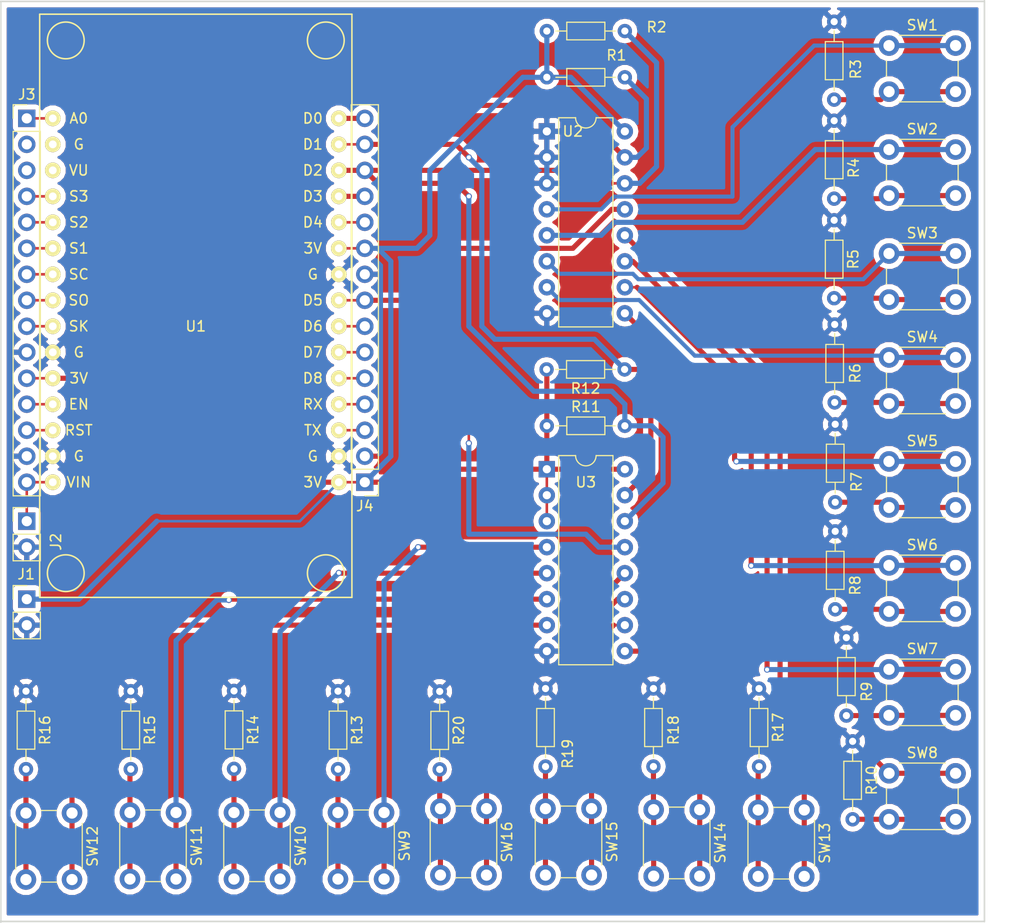
<source format=kicad_pcb>
(kicad_pcb (version 4) (host pcbnew 4.0.5+dfsg1-4)
  (layers (0 F.Cu signal) (31 B.Cu signal) (34 B.Paste user) (35 F.Paste user) (36 B.SilkS user) (37 F.SilkS user) (38 B.Mask user) (39 F.Mask user) (44 Edge.Cuts user))
  (net 0 "")
  (net 1 A0)
  (net 2 D0)
  (net 3 SDA)
  (net 4 SCL)
  (net 5 SD3)
  (net 6 INT)
  (net 7 SD2)
  (net 8 D4)
  (net 9 MOSI)
  (net 10 +3V3)
  (net 11 CMD)
  (net 12 GND)
  (net 13 MISO)
  (net 14 CLK)
  (net 15 D6)
  (net 16 D7)
  (net 17 D8)
  (net 18 EN)
  (net 19 RX)
  (net 20 RST)
  (net 21 TX)
  (net 22 +5V)
  (net 23 "Net-(R3-Pad2)")
  (net 24 "Net-(R4-Pad2)")
  (net 25 "Net-(R5-Pad2)")
  (net 26 "Net-(R6-Pad2)")
  (net 27 "Net-(R7-Pad2)")
  (net 28 "Net-(R8-Pad2)")
  (net 29 "Net-(R9-Pad2)")
  (net 30 "Net-(R10-Pad2)")
  (net 31 "Net-(R13-Pad2)")
  (net 32 "Net-(R14-Pad2)")
  (net 33 "Net-(R15-Pad2)")
  (net 34 "Net-(R16-Pad2)")
  (net 35 "Net-(R17-Pad2)")
  (net 36 "Net-(R18-Pad2)")
  (net 37 "Net-(R19-Pad2)")
  (net 38 "Net-(R20-Pad2)")
  (net 39 "Net-(SW1-Pad1)")
  (net 40 "Net-(SW2-Pad1)")
  (net 41 "Net-(SW3-Pad1)")
  (net 42 "Net-(SW4-Pad1)")
  (net 43 "Net-(SW5-Pad1)")
  (net 44 "Net-(SW6-Pad1)")
  (net 45 "Net-(SW7-Pad1)")
  (net 46 "Net-(SW8-Pad1)")
  (net 47 "Net-(SW9-Pad1)")
  (net 48 "Net-(SW10-Pad1)")
  (net 49 "Net-(SW11-Pad1)")
  (net 50 "Net-(SW12-Pad1)")
  (net 51 "Net-(SW13-Pad1)")
  (net 52 "Net-(SW14-Pad1)")
  (net 53 "Net-(SW15-Pad1)")
  (net 54 "Net-(SW16-Pad1)")
  (net 55 "Net-(U1-Pad2)")
  (net 56 "Net-(U1-Pad3)")
  (net 57 "Net-(J3-Pad2)")
  (net 58 "Net-(J3-Pad3)")
  (net 59 D3)
  (module Pin_Headers:Pin_Header_Straight_1x02_Pitch2.54mm (layer F.Cu) (at 15.24 63.5)
    (fp_text reference J2 (at 2.84734 2.0193 90) (layer F.SilkS))
    (fp_text value "")
    (pad 1 thru_hole rect (at 0 0) (size 1.7 1.7) (drill 1) (layers *.Cu *.Mask) (net 22 +5V))
    (pad 2 thru_hole oval (at 0 2.54) (size 1.7 1.7) (drill 1) (layers *.Cu *.Mask) (net 12 GND))
  )
  (module Resistors_THT:R_Axial_DIN0204_L3.6mm_D1.6mm_P7.62mm_Horizontal (layer F.Cu) (at 73.66 20.1168 180)
    (fp_text reference R1 (at 0.82042 2.15138 180) (layer F.SilkS))
    (fp_text value 4.7k)
    (pad 1 thru_hole circle (at 0 0 180) (size 1.4 1.4) (drill 0.7) (layers *.Cu *.Mask) (net 3 SDA))
    (pad 2 thru_hole oval (at 7.62 0 180) (size 1.4 1.4) (drill 0.7) (layers *.Cu *.Mask) (net 10 +3V3))
  )
  (module Resistors_THT:R_Axial_DIN0204_L3.6mm_D1.6mm_P7.62mm_Horizontal (layer F.Cu) (at 66.04 15.5956)
    (fp_text reference R2 (at 10.7188 -0.381) (layer F.SilkS))
    (fp_text value 4.7k)
    (pad 1 thru_hole circle (at 0 0) (size 1.4 1.4) (drill 0.7) (layers *.Cu *.Mask) (net 10 +3V3))
    (pad 2 thru_hole oval (at 7.62 0) (size 1.4 1.4) (drill 0.7) (layers *.Cu *.Mask) (net 4 SCL))
  )
  (module Resistors_THT:R_Axial_DIN0204_L3.6mm_D1.6mm_P7.62mm_Horizontal (layer F.Cu) (at 94.107 14.6812 270)
    (fp_text reference R3 (at 4.6482 -2.1082 270) (layer F.SilkS))
    (fp_text value 10k)
    (pad 1 thru_hole circle (at 0 0 270) (size 1.4 1.4) (drill 0.7) (layers *.Cu *.Mask) (net 12 GND))
    (pad 2 thru_hole oval (at 7.62 0 270) (size 1.4 1.4) (drill 0.7) (layers *.Cu *.Mask) (net 23 "Net-(R3-Pad2)"))
  )
  (module Resistors_THT:R_Axial_DIN0204_L3.6mm_D1.6mm_P7.62mm_Horizontal (layer F.Cu) (at 94.107 24.3586 270)
    (fp_text reference R4 (at 4.6228 -1.905 270) (layer F.SilkS))
    (fp_text value 10k)
    (pad 1 thru_hole circle (at 0 0 270) (size 1.4 1.4) (drill 0.7) (layers *.Cu *.Mask) (net 12 GND))
    (pad 2 thru_hole oval (at 7.62 0 270) (size 1.4 1.4) (drill 0.7) (layers *.Cu *.Mask) (net 24 "Net-(R4-Pad2)"))
  )
  (module Resistors_THT:R_Axial_DIN0204_L3.6mm_D1.6mm_P7.62mm_Horizontal (layer F.Cu) (at 94.107 34.0868 270)
    (fp_text reference R5 (at 3.81 -1.86 270) (layer F.SilkS))
    (fp_text value 10k)
    (pad 1 thru_hole circle (at 0 0 270) (size 1.4 1.4) (drill 0.7) (layers *.Cu *.Mask) (net 12 GND))
    (pad 2 thru_hole oval (at 7.62 0 270) (size 1.4 1.4) (drill 0.7) (layers *.Cu *.Mask) (net 25 "Net-(R5-Pad2)"))
  )
  (module Resistors_THT:R_Axial_DIN0204_L3.6mm_D1.6mm_P7.62mm_Horizontal (layer F.Cu) (at 94.1578 44.2722 270)
    (fp_text reference R6 (at 4.7752 -2.0066 270) (layer F.SilkS))
    (fp_text value 10k)
    (pad 1 thru_hole circle (at 0 0 270) (size 1.4 1.4) (drill 0.7) (layers *.Cu *.Mask) (net 12 GND))
    (pad 2 thru_hole oval (at 7.62 0 270) (size 1.4 1.4) (drill 0.7) (layers *.Cu *.Mask) (net 26 "Net-(R6-Pad2)"))
  )
  (module Resistors_THT:R_Axial_DIN0204_L3.6mm_D1.6mm_P7.62mm_Horizontal (layer F.Cu) (at 94.2086 54.0258 270)
    (fp_text reference R7 (at 5.6388 -2.0828 270) (layer F.SilkS))
    (fp_text value 10k)
    (pad 1 thru_hole circle (at 0 0 270) (size 1.4 1.4) (drill 0.7) (layers *.Cu *.Mask) (net 12 GND))
    (pad 2 thru_hole oval (at 7.62 0 270) (size 1.4 1.4) (drill 0.7) (layers *.Cu *.Mask) (net 27 "Net-(R7-Pad2)"))
  )
  (module Resistors_THT:R_Axial_DIN0204_L3.6mm_D1.6mm_P7.62mm_Horizontal (layer F.Cu) (at 94.2086 64.4906 270)
    (fp_text reference R8 (at 5.2832 -1.9558 270) (layer F.SilkS))
    (fp_text value 10k)
    (pad 1 thru_hole circle (at 0 0 270) (size 1.4 1.4) (drill 0.7) (layers *.Cu *.Mask) (net 12 GND))
    (pad 2 thru_hole oval (at 7.62 0 270) (size 1.4 1.4) (drill 0.7) (layers *.Cu *.Mask) (net 28 "Net-(R8-Pad2)"))
  )
  (module Resistors_THT:R_Axial_DIN0204_L3.6mm_D1.6mm_P7.62mm_Horizontal (layer F.Cu) (at 95.3008 74.8792 270)
    (fp_text reference R9 (at 5.2832 -1.9812 270) (layer F.SilkS))
    (fp_text value 10k)
    (pad 1 thru_hole circle (at 0 0 270) (size 1.4 1.4) (drill 0.7) (layers *.Cu *.Mask) (net 12 GND))
    (pad 2 thru_hole oval (at 7.62 0 270) (size 1.4 1.4) (drill 0.7) (layers *.Cu *.Mask) (net 29 "Net-(R9-Pad2)"))
  )
  (module Resistors_THT:R_Axial_DIN0204_L3.6mm_D1.6mm_P7.62mm_Horizontal (layer F.Cu) (at 95.9104 85.0138 270)
    (fp_text reference R10 (at 3.81 -1.86 270) (layer F.SilkS))
    (fp_text value 10k)
    (pad 1 thru_hole circle (at 0 0 270) (size 1.4 1.4) (drill 0.7) (layers *.Cu *.Mask) (net 12 GND))
    (pad 2 thru_hole oval (at 7.62 0 270) (size 1.4 1.4) (drill 0.7) (layers *.Cu *.Mask) (net 30 "Net-(R10-Pad2)"))
  )
  (module Resistors_THT:R_Axial_DIN0204_L3.6mm_D1.6mm_P7.62mm_Horizontal (layer F.Cu) (at 66.04 54.1782)
    (fp_text reference R11 (at 3.81 -1.86) (layer F.SilkS))
    (fp_text value 4.7k)
    (pad 1 thru_hole circle (at 0 0) (size 1.4 1.4) (drill 0.7) (layers *.Cu *.Mask) (net 10 +3V3))
    (pad 2 thru_hole oval (at 7.62 0) (size 1.4 1.4) (drill 0.7) (layers *.Cu *.Mask) (net 4 SCL))
  )
  (module Resistors_THT:R_Axial_DIN0204_L3.6mm_D1.6mm_P7.62mm_Horizontal (layer F.Cu) (at 73.6346 48.6664 180)
    (fp_text reference R12 (at 3.81 -1.86 180) (layer F.SilkS))
    (fp_text value 4.7k)
    (pad 1 thru_hole circle (at 0 0 180) (size 1.4 1.4) (drill 0.7) (layers *.Cu *.Mask) (net 3 SDA))
    (pad 2 thru_hole oval (at 7.62 0 180) (size 1.4 1.4) (drill 0.7) (layers *.Cu *.Mask) (net 10 +3V3))
  )
  (module Resistors_THT:R_Axial_DIN0204_L3.6mm_D1.6mm_P7.62mm_Horizontal (layer F.Cu) (at 45.6438 80.1116 270)
    (fp_text reference R13 (at 3.81 -1.86 270) (layer F.SilkS))
    (fp_text value 10k)
    (pad 1 thru_hole circle (at 0 0 270) (size 1.4 1.4) (drill 0.7) (layers *.Cu *.Mask) (net 12 GND))
    (pad 2 thru_hole oval (at 7.62 0 270) (size 1.4 1.4) (drill 0.7) (layers *.Cu *.Mask) (net 31 "Net-(R13-Pad2)"))
  )
  (module Resistors_THT:R_Axial_DIN0204_L3.6mm_D1.6mm_P7.62mm_Horizontal (layer F.Cu) (at 35.4838 80.0862 270)
    (fp_text reference R14 (at 3.81 -1.86 270) (layer F.SilkS))
    (fp_text value 10k)
    (pad 1 thru_hole circle (at 0 0 270) (size 1.4 1.4) (drill 0.7) (layers *.Cu *.Mask) (net 12 GND))
    (pad 2 thru_hole oval (at 7.62 0 270) (size 1.4 1.4) (drill 0.7) (layers *.Cu *.Mask) (net 32 "Net-(R14-Pad2)"))
  )
  (module Resistors_THT:R_Axial_DIN0204_L3.6mm_D1.6mm_P7.62mm_Horizontal (layer F.Cu) (at 25.4 80.1116 270)
    (fp_text reference R15 (at 3.81 -1.86 270) (layer F.SilkS))
    (fp_text value 10k)
    (pad 1 thru_hole circle (at 0 0 270) (size 1.4 1.4) (drill 0.7) (layers *.Cu *.Mask) (net 12 GND))
    (pad 2 thru_hole oval (at 7.62 0 270) (size 1.4 1.4) (drill 0.7) (layers *.Cu *.Mask) (net 33 "Net-(R15-Pad2)"))
  )
  (module Resistors_THT:R_Axial_DIN0204_L3.6mm_D1.6mm_P7.62mm_Horizontal (layer F.Cu) (at 15.1638 80.1116 270)
    (fp_text reference R16 (at 3.81 -1.86 270) (layer F.SilkS))
    (fp_text value 10k)
    (pad 1 thru_hole circle (at 0 0 270) (size 1.4 1.4) (drill 0.7) (layers *.Cu *.Mask) (net 12 GND))
    (pad 2 thru_hole oval (at 7.62 0 270) (size 1.4 1.4) (drill 0.7) (layers *.Cu *.Mask) (net 34 "Net-(R16-Pad2)"))
  )
  (module Resistors_THT:R_Axial_DIN0204_L3.6mm_D1.6mm_P7.62mm_Horizontal (layer F.Cu) (at 86.7664 79.8576 270)
    (fp_text reference R17 (at 3.81 -1.86 270) (layer F.SilkS))
    (fp_text value 10k)
    (pad 1 thru_hole circle (at 0 0 270) (size 1.4 1.4) (drill 0.7) (layers *.Cu *.Mask) (net 12 GND))
    (pad 2 thru_hole oval (at 7.62 0 270) (size 1.4 1.4) (drill 0.7) (layers *.Cu *.Mask) (net 35 "Net-(R17-Pad2)"))
  )
  (module Resistors_THT:R_Axial_DIN0204_L3.6mm_D1.6mm_P7.62mm_Horizontal (layer F.Cu) (at 76.454 79.8576 270)
    (fp_text reference R18 (at 4.064 -1.9558 270) (layer F.SilkS))
    (fp_text value 10k)
    (pad 1 thru_hole circle (at 0 0 270) (size 1.4 1.4) (drill 0.7) (layers *.Cu *.Mask) (net 12 GND))
    (pad 2 thru_hole oval (at 7.62 0 270) (size 1.4 1.4) (drill 0.7) (layers *.Cu *.Mask) (net 36 "Net-(R18-Pad2)"))
  )
  (module Resistors_THT:R_Axial_DIN0204_L3.6mm_D1.6mm_P7.62mm_Horizontal (layer F.Cu) (at 65.913 79.8576 270)
    (fp_text reference R19 (at 6.3754 -2.159 270) (layer F.SilkS))
    (fp_text value 10k)
    (pad 1 thru_hole circle (at 0 0 270) (size 1.4 1.4) (drill 0.7) (layers *.Cu *.Mask) (net 12 GND))
    (pad 2 thru_hole oval (at 7.62 0 270) (size 1.4 1.4) (drill 0.7) (layers *.Cu *.Mask) (net 37 "Net-(R19-Pad2)"))
  )
  (module Resistors_THT:R_Axial_DIN0204_L3.6mm_D1.6mm_P7.62mm_Horizontal (layer F.Cu) (at 55.5752 80.137 270)
    (fp_text reference R20 (at 3.81 -1.86 270) (layer F.SilkS))
    (fp_text value 10k)
    (pad 1 thru_hole circle (at 0 0 270) (size 1.4 1.4) (drill 0.7) (layers *.Cu *.Mask) (net 12 GND))
    (pad 2 thru_hole oval (at 7.62 0 270) (size 1.4 1.4) (drill 0.7) (layers *.Cu *.Mask) (net 38 "Net-(R20-Pad2)"))
  )
  (module Buttons_Switches_THT:SW_PUSH_6mm_h8mm (layer F.Cu) (at 99.4664 17.018)
    (fp_text reference SW1 (at 3.25 -2) (layer F.SilkS))
    (fp_text value SW_Push)
    (pad 2 thru_hole circle (at 0 4.5 90) (size 2 2) (drill 1.1) (layers *.Cu *.Mask) (net 23 "Net-(R3-Pad2)"))
    (pad 1 thru_hole circle (at 0 0 90) (size 2 2) (drill 1.1) (layers *.Cu *.Mask) (net 39 "Net-(SW1-Pad1)"))
    (pad 2 thru_hole circle (at 6.5 4.5 90) (size 2 2) (drill 1.1) (layers *.Cu *.Mask) (net 23 "Net-(R3-Pad2)"))
    (pad 1 thru_hole circle (at 6.5 0 90) (size 2 2) (drill 1.1) (layers *.Cu *.Mask) (net 39 "Net-(SW1-Pad1)"))
  )
  (module Buttons_Switches_THT:SW_PUSH_6mm_h8mm (layer F.Cu) (at 99.4664 27.178)
    (fp_text reference SW2 (at 3.25 -2) (layer F.SilkS))
    (fp_text value SW_Push)
    (pad 2 thru_hole circle (at 0 4.5 90) (size 2 2) (drill 1.1) (layers *.Cu *.Mask) (net 24 "Net-(R4-Pad2)"))
    (pad 1 thru_hole circle (at 0 0 90) (size 2 2) (drill 1.1) (layers *.Cu *.Mask) (net 40 "Net-(SW2-Pad1)"))
    (pad 2 thru_hole circle (at 6.5 4.5 90) (size 2 2) (drill 1.1) (layers *.Cu *.Mask) (net 24 "Net-(R4-Pad2)"))
    (pad 1 thru_hole circle (at 6.5 0 90) (size 2 2) (drill 1.1) (layers *.Cu *.Mask) (net 40 "Net-(SW2-Pad1)"))
  )
  (module Buttons_Switches_THT:SW_PUSH_6mm_h8mm (layer F.Cu) (at 99.4664 37.338)
    (fp_text reference SW3 (at 3.25 -2) (layer F.SilkS))
    (fp_text value SW_Push)
    (pad 2 thru_hole circle (at 0 4.5 90) (size 2 2) (drill 1.1) (layers *.Cu *.Mask) (net 25 "Net-(R5-Pad2)"))
    (pad 1 thru_hole circle (at 0 0 90) (size 2 2) (drill 1.1) (layers *.Cu *.Mask) (net 41 "Net-(SW3-Pad1)"))
    (pad 2 thru_hole circle (at 6.5 4.5 90) (size 2 2) (drill 1.1) (layers *.Cu *.Mask) (net 25 "Net-(R5-Pad2)"))
    (pad 1 thru_hole circle (at 6.5 0 90) (size 2 2) (drill 1.1) (layers *.Cu *.Mask) (net 41 "Net-(SW3-Pad1)"))
  )
  (module Buttons_Switches_THT:SW_PUSH_6mm_h8mm (layer F.Cu) (at 99.4664 47.498)
    (fp_text reference SW4 (at 3.25 -2) (layer F.SilkS))
    (fp_text value SW_Push)
    (pad 2 thru_hole circle (at 0 4.5 90) (size 2 2) (drill 1.1) (layers *.Cu *.Mask) (net 26 "Net-(R6-Pad2)"))
    (pad 1 thru_hole circle (at 0 0 90) (size 2 2) (drill 1.1) (layers *.Cu *.Mask) (net 42 "Net-(SW4-Pad1)"))
    (pad 2 thru_hole circle (at 6.5 4.5 90) (size 2 2) (drill 1.1) (layers *.Cu *.Mask) (net 26 "Net-(R6-Pad2)"))
    (pad 1 thru_hole circle (at 6.5 0 90) (size 2 2) (drill 1.1) (layers *.Cu *.Mask) (net 42 "Net-(SW4-Pad1)"))
  )
  (module Buttons_Switches_THT:SW_PUSH_6mm_h8mm (layer F.Cu) (at 99.4664 57.658)
    (fp_text reference SW5 (at 3.25 -2) (layer F.SilkS))
    (fp_text value SW_Push)
    (pad 2 thru_hole circle (at 0 4.5 90) (size 2 2) (drill 1.1) (layers *.Cu *.Mask) (net 27 "Net-(R7-Pad2)"))
    (pad 1 thru_hole circle (at 0 0 90) (size 2 2) (drill 1.1) (layers *.Cu *.Mask) (net 43 "Net-(SW5-Pad1)"))
    (pad 2 thru_hole circle (at 6.5 4.5 90) (size 2 2) (drill 1.1) (layers *.Cu *.Mask) (net 27 "Net-(R7-Pad2)"))
    (pad 1 thru_hole circle (at 6.5 0 90) (size 2 2) (drill 1.1) (layers *.Cu *.Mask) (net 43 "Net-(SW5-Pad1)"))
  )
  (module Buttons_Switches_THT:SW_PUSH_6mm_h8mm (layer F.Cu) (at 99.4664 67.818)
    (fp_text reference SW6 (at 3.25 -2) (layer F.SilkS))
    (fp_text value SW_Push)
    (pad 2 thru_hole circle (at 0 4.5 90) (size 2 2) (drill 1.1) (layers *.Cu *.Mask) (net 28 "Net-(R8-Pad2)"))
    (pad 1 thru_hole circle (at 0 0 90) (size 2 2) (drill 1.1) (layers *.Cu *.Mask) (net 44 "Net-(SW6-Pad1)"))
    (pad 2 thru_hole circle (at 6.5 4.5 90) (size 2 2) (drill 1.1) (layers *.Cu *.Mask) (net 28 "Net-(R8-Pad2)"))
    (pad 1 thru_hole circle (at 6.5 0 90) (size 2 2) (drill 1.1) (layers *.Cu *.Mask) (net 44 "Net-(SW6-Pad1)"))
  )
  (module Buttons_Switches_THT:SW_PUSH_6mm_h8mm (layer F.Cu) (at 99.4664 77.978)
    (fp_text reference SW7 (at 3.25 -2) (layer F.SilkS))
    (fp_text value SW_Push)
    (pad 2 thru_hole circle (at 0 4.5 90) (size 2 2) (drill 1.1) (layers *.Cu *.Mask) (net 29 "Net-(R9-Pad2)"))
    (pad 1 thru_hole circle (at 0 0 90) (size 2 2) (drill 1.1) (layers *.Cu *.Mask) (net 45 "Net-(SW7-Pad1)"))
    (pad 2 thru_hole circle (at 6.5 4.5 90) (size 2 2) (drill 1.1) (layers *.Cu *.Mask) (net 29 "Net-(R9-Pad2)"))
    (pad 1 thru_hole circle (at 6.5 0 90) (size 2 2) (drill 1.1) (layers *.Cu *.Mask) (net 45 "Net-(SW7-Pad1)"))
  )
  (module Buttons_Switches_THT:SW_PUSH_6mm_h8mm (layer F.Cu) (at 99.4664 88.138)
    (fp_text reference SW8 (at 3.25 -2) (layer F.SilkS))
    (fp_text value SW_Push)
    (pad 2 thru_hole circle (at 0 4.5 90) (size 2 2) (drill 1.1) (layers *.Cu *.Mask) (net 30 "Net-(R10-Pad2)"))
    (pad 1 thru_hole circle (at 0 0 90) (size 2 2) (drill 1.1) (layers *.Cu *.Mask) (net 46 "Net-(SW8-Pad1)"))
    (pad 2 thru_hole circle (at 6.5 4.5 90) (size 2 2) (drill 1.1) (layers *.Cu *.Mask) (net 30 "Net-(R10-Pad2)"))
    (pad 1 thru_hole circle (at 6.5 0 90) (size 2 2) (drill 1.1) (layers *.Cu *.Mask) (net 46 "Net-(SW8-Pad1)"))
  )
  (module Buttons_Switches_THT:SW_PUSH_6mm_h8mm (layer F.Cu) (at 50.1396 91.9734 270)
    (fp_text reference SW9 (at 3.25 -2 270) (layer F.SilkS))
    (fp_text value SW_Push)
    (pad 2 thru_hole circle (at 0 4.5) (size 2 2) (drill 1.1) (layers *.Cu *.Mask) (net 31 "Net-(R13-Pad2)"))
    (pad 1 thru_hole circle (at 0 0) (size 2 2) (drill 1.1) (layers *.Cu *.Mask) (net 47 "Net-(SW9-Pad1)"))
    (pad 2 thru_hole circle (at 6.5 4.5) (size 2 2) (drill 1.1) (layers *.Cu *.Mask) (net 31 "Net-(R13-Pad2)"))
    (pad 1 thru_hole circle (at 6.5 0) (size 2 2) (drill 1.1) (layers *.Cu *.Mask) (net 47 "Net-(SW9-Pad1)"))
  )
  (module Buttons_Switches_THT:SW_PUSH_6mm_h8mm (layer F.Cu) (at 39.9796 91.9734 270)
    (fp_text reference SW10 (at 3.25 -2 270) (layer F.SilkS))
    (fp_text value SW_Push)
    (pad 2 thru_hole circle (at 0 4.5) (size 2 2) (drill 1.1) (layers *.Cu *.Mask) (net 32 "Net-(R14-Pad2)"))
    (pad 1 thru_hole circle (at 0 0) (size 2 2) (drill 1.1) (layers *.Cu *.Mask) (net 48 "Net-(SW10-Pad1)"))
    (pad 2 thru_hole circle (at 6.5 4.5) (size 2 2) (drill 1.1) (layers *.Cu *.Mask) (net 32 "Net-(R14-Pad2)"))
    (pad 1 thru_hole circle (at 6.5 0) (size 2 2) (drill 1.1) (layers *.Cu *.Mask) (net 48 "Net-(SW10-Pad1)"))
  )
  (module Buttons_Switches_THT:SW_PUSH_6mm_h8mm (layer F.Cu) (at 29.8196 91.9734 270)
    (fp_text reference SW11 (at 3.25 -2 270) (layer F.SilkS))
    (fp_text value SW_Push)
    (pad 2 thru_hole circle (at 0 4.5) (size 2 2) (drill 1.1) (layers *.Cu *.Mask) (net 33 "Net-(R15-Pad2)"))
    (pad 1 thru_hole circle (at 0 0) (size 2 2) (drill 1.1) (layers *.Cu *.Mask) (net 49 "Net-(SW11-Pad1)"))
    (pad 2 thru_hole circle (at 6.5 4.5) (size 2 2) (drill 1.1) (layers *.Cu *.Mask) (net 33 "Net-(R15-Pad2)"))
    (pad 1 thru_hole circle (at 6.5 0) (size 2 2) (drill 1.1) (layers *.Cu *.Mask) (net 49 "Net-(SW11-Pad1)"))
  )
  (module Buttons_Switches_THT:SW_PUSH_6mm_h8mm (layer F.Cu) (at 19.6596 92.0242 270)
    (fp_text reference SW12 (at 3.25 -2 270) (layer F.SilkS))
    (fp_text value "")
    (pad 2 thru_hole circle (at 0 4.5) (size 2 2) (drill 1.1) (layers *.Cu *.Mask) (net 34 "Net-(R16-Pad2)"))
    (pad 1 thru_hole circle (at 0 0) (size 2 2) (drill 1.1) (layers *.Cu *.Mask) (net 50 "Net-(SW12-Pad1)"))
    (pad 2 thru_hole circle (at 6.5 4.5) (size 2 2) (drill 1.1) (layers *.Cu *.Mask) (net 34 "Net-(R16-Pad2)"))
    (pad 1 thru_hole circle (at 6.5 0) (size 2 2) (drill 1.1) (layers *.Cu *.Mask) (net 50 "Net-(SW12-Pad1)"))
  )
  (module Buttons_Switches_THT:SW_PUSH_6mm_h8mm (layer F.Cu) (at 91.186 91.7194 270)
    (fp_text reference SW13 (at 3.25 -2 270) (layer F.SilkS))
    (fp_text value SW_Push)
    (pad 2 thru_hole circle (at 0 4.5) (size 2 2) (drill 1.1) (layers *.Cu *.Mask) (net 35 "Net-(R17-Pad2)"))
    (pad 1 thru_hole circle (at 0 0) (size 2 2) (drill 1.1) (layers *.Cu *.Mask) (net 51 "Net-(SW13-Pad1)"))
    (pad 2 thru_hole circle (at 6.5 4.5) (size 2 2) (drill 1.1) (layers *.Cu *.Mask) (net 35 "Net-(R17-Pad2)"))
    (pad 1 thru_hole circle (at 6.5 0) (size 2 2) (drill 1.1) (layers *.Cu *.Mask) (net 51 "Net-(SW13-Pad1)"))
  )
  (module Buttons_Switches_THT:SW_PUSH_6mm_h8mm (layer F.Cu) (at 80.9752 91.694 270)
    (fp_text reference SW14 (at 3.25 -2 270) (layer F.SilkS))
    (fp_text value SW_Push)
    (pad 2 thru_hole circle (at 0 4.5) (size 2 2) (drill 1.1) (layers *.Cu *.Mask) (net 36 "Net-(R18-Pad2)"))
    (pad 1 thru_hole circle (at 0 0) (size 2 2) (drill 1.1) (layers *.Cu *.Mask) (net 52 "Net-(SW14-Pad1)"))
    (pad 2 thru_hole circle (at 6.5 4.5) (size 2 2) (drill 1.1) (layers *.Cu *.Mask) (net 36 "Net-(R18-Pad2)"))
    (pad 1 thru_hole circle (at 6.5 0) (size 2 2) (drill 1.1) (layers *.Cu *.Mask) (net 52 "Net-(SW14-Pad1)"))
  )
  (module Buttons_Switches_THT:SW_PUSH_6mm_h8mm (layer F.Cu) (at 70.4088 91.5924 270)
    (fp_text reference SW15 (at 3.25 -2 270) (layer F.SilkS))
    (fp_text value SW_Push)
    (pad 2 thru_hole circle (at 0 4.5) (size 2 2) (drill 1.1) (layers *.Cu *.Mask) (net 37 "Net-(R19-Pad2)"))
    (pad 1 thru_hole circle (at 0 0) (size 2 2) (drill 1.1) (layers *.Cu *.Mask) (net 53 "Net-(SW15-Pad1)"))
    (pad 2 thru_hole circle (at 6.5 4.5) (size 2 2) (drill 1.1) (layers *.Cu *.Mask) (net 37 "Net-(R19-Pad2)"))
    (pad 1 thru_hole circle (at 6.5 0) (size 2 2) (drill 1.1) (layers *.Cu *.Mask) (net 53 "Net-(SW15-Pad1)"))
  )
  (module Buttons_Switches_THT:SW_PUSH_6mm_h8mm (layer F.Cu) (at 60.1472 91.5924 270)
    (fp_text reference SW16 (at 3.25 -2 270) (layer F.SilkS))
    (fp_text value SW_Push)
    (pad 2 thru_hole circle (at 0 4.5) (size 2 2) (drill 1.1) (layers *.Cu *.Mask) (net 38 "Net-(R20-Pad2)"))
    (pad 1 thru_hole circle (at 0 0) (size 2 2) (drill 1.1) (layers *.Cu *.Mask) (net 54 "Net-(SW16-Pad1)"))
    (pad 2 thru_hole circle (at 6.5 4.5) (size 2 2) (drill 1.1) (layers *.Cu *.Mask) (net 38 "Net-(R20-Pad2)"))
    (pad 1 thru_hole circle (at 6.5 0) (size 2 2) (drill 1.1) (layers *.Cu *.Mask) (net 54 "Net-(SW16-Pad1)"))
  )
  (module "NodeMCU:NodeMCU1.0(12-E)" (layer F.Cu) (at 31.75 44.45)
    (fp_text reference U1 (at 0 0) (layer F.SilkS))
    (fp_text value "NodeMCU1.0(ESP-12E)")
    (fp_text user VIN (at -11.43 15.24) (layer F.SilkS))
    (fp_text user G (at -11.43 12.7) (layer F.SilkS))
    (fp_text user RST (at -11.43 10.16) (layer F.SilkS))
    (fp_text user EN (at -11.43 7.62) (layer F.SilkS))
    (fp_text user 3V (at -11.43 5.08) (layer F.SilkS))
    (fp_text user G (at -11.43 2.54) (layer F.SilkS))
    (fp_text user SK (at -11.43 0) (layer F.SilkS))
    (fp_text user SO (at -11.43 -2.54) (layer F.SilkS))
    (fp_text user SC (at -11.43 -5.08) (layer F.SilkS))
    (fp_text user S1 (at -11.43 -7.62) (layer F.SilkS))
    (fp_text user S2 (at -11.43 -10.16) (layer F.SilkS))
    (fp_text user S3 (at -11.43 -12.7) (layer F.SilkS))
    (fp_text user VU (at -11.43 -15.24) (layer F.SilkS))
    (fp_text user G (at -11.43 -17.78) (layer F.SilkS))
    (fp_text user A0 (at -11.43 -20.32) (layer F.SilkS))
    (fp_text user 3V (at 11.43 15.24) (layer F.SilkS))
    (fp_text user G (at 11.43 12.7) (layer F.SilkS))
    (fp_text user TX (at 11.43 10.16) (layer F.SilkS))
    (fp_text user RX (at 11.43 7.62) (layer F.SilkS))
    (fp_text user D8 (at 11.43 5.08) (layer F.SilkS))
    (fp_text user D7 (at 11.43 2.54) (layer F.SilkS))
    (fp_text user D6 (at 11.43 0) (layer F.SilkS))
    (fp_text user D5 (at 11.43 -2.54) (layer F.SilkS))
    (fp_text user G (at 11.43 -5.08) (layer F.SilkS))
    (fp_text user 3V (at 11.43 -7.62) (layer F.SilkS))
    (fp_text user D4 (at 11.43 -10.16) (layer F.SilkS))
    (fp_text user D3 (at 11.43 -12.7) (layer F.SilkS))
    (fp_text user D2 (at 11.43 -15.24) (layer F.SilkS))
    (fp_text user D1 (at 11.43 -17.78) (layer F.SilkS))
    (fp_text user D0 (at 11.43 -20.32) (layer F.SilkS))
    (pad 1 thru_hole circle (at -13.97 -20.32) (size 1.524 1.524) (drill 0.762) (layers *.Cu *.Mask F.SilkS) (net 1 A0))
    (pad 2 thru_hole circle (at -13.97 -17.78) (size 1.524 1.524) (drill 0.762) (layers *.Cu *.Mask F.SilkS) (net 55 "Net-(U1-Pad2)"))
    (pad 3 thru_hole circle (at -13.97 -15.24) (size 1.524 1.524) (drill 0.762) (layers *.Cu *.Mask F.SilkS) (net 56 "Net-(U1-Pad3)"))
    (pad 4 thru_hole circle (at -13.97 -12.7) (size 1.524 1.524) (drill 0.762) (layers *.Cu *.Mask F.SilkS) (net 5 SD3))
    (pad 5 thru_hole circle (at -13.97 -10.16) (size 1.524 1.524) (drill 0.762) (layers *.Cu *.Mask F.SilkS) (net 7 SD2))
    (pad 6 thru_hole circle (at -13.97 -7.62) (size 1.524 1.524) (drill 0.762) (layers *.Cu *.Mask F.SilkS) (net 9 MOSI))
    (pad 7 thru_hole circle (at -13.97 -5.08) (size 1.524 1.524) (drill 0.762) (layers *.Cu *.Mask F.SilkS) (net 11 CMD))
    (pad 8 thru_hole circle (at -13.97 -2.54) (size 1.524 1.524) (drill 0.762) (layers *.Cu *.Mask F.SilkS) (net 13 MISO))
    (pad 9 thru_hole circle (at -13.97 0) (size 1.524 1.524) (drill 0.762) (layers *.Cu *.Mask F.SilkS) (net 14 CLK))
    (pad 10 thru_hole circle (at -13.97 2.54) (size 1.524 1.524) (drill 0.762) (layers *.Cu *.Mask F.SilkS) (net 12 GND))
    (pad 11 thru_hole circle (at -13.97 5.08) (size 1.524 1.524) (drill 0.762) (layers *.Cu *.Mask F.SilkS) (net 10 +3V3))
    (pad 12 thru_hole circle (at -13.97 7.62) (size 1.524 1.524) (drill 0.762) (layers *.Cu *.Mask F.SilkS) (net 18 EN))
    (pad 13 thru_hole circle (at -13.97 10.16) (size 1.524 1.524) (drill 0.762) (layers *.Cu *.Mask F.SilkS) (net 20 RST))
    (pad 14 thru_hole circle (at -13.97 12.7) (size 1.524 1.524) (drill 0.762) (layers *.Cu *.Mask F.SilkS) (net 12 GND))
    (pad 15 thru_hole circle (at -13.97 15.24) (size 1.524 1.524) (drill 0.762) (layers *.Cu *.Mask F.SilkS) (net 22 +5V))
    (pad 16 thru_hole circle (at 13.97 15.24) (size 1.524 1.524) (drill 0.762) (layers *.Cu *.Mask F.SilkS) (net 10 +3V3))
    (pad 17 thru_hole circle (at 13.97 12.7) (size 1.524 1.524) (drill 0.762) (layers *.Cu *.Mask F.SilkS) (net 12 GND))
    (pad 18 thru_hole circle (at 13.97 10.16) (size 1.524 1.524) (drill 0.762) (layers *.Cu *.Mask F.SilkS) (net 21 TX))
    (pad 19 thru_hole circle (at 13.97 7.62) (size 1.524 1.524) (drill 0.762) (layers *.Cu *.Mask F.SilkS) (net 19 RX))
    (pad 20 thru_hole circle (at 13.97 5.08) (size 1.524 1.524) (drill 0.762) (layers *.Cu *.Mask F.SilkS) (net 17 D8))
    (pad 21 thru_hole circle (at 13.97 2.54) (size 1.524 1.524) (drill 0.762) (layers *.Cu *.Mask F.SilkS) (net 16 D7))
    (pad 22 thru_hole circle (at 13.97 0) (size 1.524 1.524) (drill 0.762) (layers *.Cu *.Mask F.SilkS) (net 15 D6))
    (pad 23 thru_hole circle (at 13.97 -2.54) (size 1.524 1.524) (drill 0.762) (layers *.Cu *.Mask F.SilkS) (net 6 INT))
    (pad 24 thru_hole circle (at 13.97 -5.08) (size 1.524 1.524) (drill 0.762) (layers *.Cu *.Mask F.SilkS) (net 12 GND))
    (pad 25 thru_hole circle (at 13.97 -7.62) (size 1.524 1.524) (drill 0.762) (layers *.Cu *.Mask F.SilkS) (net 10 +3V3))
    (pad 26 thru_hole circle (at 13.97 -10.16) (size 1.524 1.524) (drill 0.762) (layers *.Cu *.Mask F.SilkS) (net 8 D4))
    (pad 27 thru_hole circle (at 13.97 -12.7) (size 1.524 1.524) (drill 0.762) (layers *.Cu *.Mask F.SilkS) (net 59 D3))
    (pad 28 thru_hole circle (at 13.97 -15.24) (size 1.524 1.524) (drill 0.762) (layers *.Cu *.Mask F.SilkS) (net 4 SCL))
    (pad 29 thru_hole circle (at 13.97 -17.78) (size 1.524 1.524) (drill 0.762) (layers *.Cu *.Mask F.SilkS) (net 3 SDA))
    (pad 30 thru_hole circle (at 13.97 -20.32) (size 1.524 1.524) (drill 0.762) (layers *.Cu *.Mask F.SilkS) (net 2 D0))
  )
  (module Housings_DIP:DIP-16_W7.62mm (layer F.Cu) (at 66.04 25.4)
    (fp_text reference U2 (at 2.54 0) (layer F.SilkS))
    (fp_text value "")
    (pad 1 thru_hole rect (at 0 0) (size 1.6 1.6) (drill 0.8) (layers *.Cu *.Mask) (net 12 GND))
    (pad 9 thru_hole oval (at 7.62 17.78) (size 1.6 1.6) (drill 0.8) (layers *.Cu *.Mask) (net 43 "Net-(SW5-Pad1)"))
    (pad 2 thru_hole oval (at 0 2.54) (size 1.6 1.6) (drill 0.8) (layers *.Cu *.Mask) (net 12 GND))
    (pad 10 thru_hole oval (at 7.62 15.24) (size 1.6 1.6) (drill 0.8) (layers *.Cu *.Mask) (net 44 "Net-(SW6-Pad1)"))
    (pad 3 thru_hole oval (at 0 5.08) (size 1.6 1.6) (drill 0.8) (layers *.Cu *.Mask) (net 12 GND))
    (pad 11 thru_hole oval (at 7.62 12.7) (size 1.6 1.6) (drill 0.8) (layers *.Cu *.Mask) (net 45 "Net-(SW7-Pad1)"))
    (pad 4 thru_hole oval (at 0 7.62) (size 1.6 1.6) (drill 0.8) (layers *.Cu *.Mask) (net 39 "Net-(SW1-Pad1)"))
    (pad 12 thru_hole oval (at 7.62 10.16) (size 1.6 1.6) (drill 0.8) (layers *.Cu *.Mask) (net 46 "Net-(SW8-Pad1)"))
    (pad 5 thru_hole oval (at 0 10.16) (size 1.6 1.6) (drill 0.8) (layers *.Cu *.Mask) (net 40 "Net-(SW2-Pad1)"))
    (pad 13 thru_hole oval (at 7.62 7.62) (size 1.6 1.6) (drill 0.8) (layers *.Cu *.Mask) (net 6 INT))
    (pad 6 thru_hole oval (at 0 12.7) (size 1.6 1.6) (drill 0.8) (layers *.Cu *.Mask) (net 41 "Net-(SW3-Pad1)"))
    (pad 14 thru_hole oval (at 7.62 5.08) (size 1.6 1.6) (drill 0.8) (layers *.Cu *.Mask) (net 4 SCL))
    (pad 7 thru_hole oval (at 0 15.24) (size 1.6 1.6) (drill 0.8) (layers *.Cu *.Mask) (net 42 "Net-(SW4-Pad1)"))
    (pad 15 thru_hole oval (at 7.62 2.54) (size 1.6 1.6) (drill 0.8) (layers *.Cu *.Mask) (net 3 SDA))
    (pad 8 thru_hole oval (at 0 17.78) (size 1.6 1.6) (drill 0.8) (layers *.Cu *.Mask) (net 12 GND))
    (pad 16 thru_hole oval (at 7.62 0) (size 1.6 1.6) (drill 0.8) (layers *.Cu *.Mask) (net 10 +3V3))
  )
  (module Housings_DIP:DIP-16_W7.62mm (layer F.Cu) (at 66.04 58.42)
    (fp_text reference U3 (at 3.81 1.27) (layer F.SilkS))
    (fp_text value PCF8574)
    (pad 1 thru_hole rect (at 0 0) (size 1.6 1.6) (drill 0.8) (layers *.Cu *.Mask) (net 10 +3V3))
    (pad 9 thru_hole oval (at 7.62 17.78) (size 1.6 1.6) (drill 0.8) (layers *.Cu *.Mask) (net 51 "Net-(SW13-Pad1)"))
    (pad 2 thru_hole oval (at 0 2.54) (size 1.6 1.6) (drill 0.8) (layers *.Cu *.Mask) (net 10 +3V3))
    (pad 10 thru_hole oval (at 7.62 15.24) (size 1.6 1.6) (drill 0.8) (layers *.Cu *.Mask) (net 52 "Net-(SW14-Pad1)"))
    (pad 3 thru_hole oval (at 0 5.08) (size 1.6 1.6) (drill 0.8) (layers *.Cu *.Mask) (net 10 +3V3))
    (pad 11 thru_hole oval (at 7.62 12.7) (size 1.6 1.6) (drill 0.8) (layers *.Cu *.Mask) (net 53 "Net-(SW15-Pad1)"))
    (pad 4 thru_hole oval (at 0 7.62) (size 1.6 1.6) (drill 0.8) (layers *.Cu *.Mask) (net 47 "Net-(SW9-Pad1)"))
    (pad 12 thru_hole oval (at 7.62 10.16) (size 1.6 1.6) (drill 0.8) (layers *.Cu *.Mask) (net 54 "Net-(SW16-Pad1)"))
    (pad 5 thru_hole oval (at 0 10.16) (size 1.6 1.6) (drill 0.8) (layers *.Cu *.Mask) (net 48 "Net-(SW10-Pad1)"))
    (pad 13 thru_hole oval (at 7.62 7.62) (size 1.6 1.6) (drill 0.8) (layers *.Cu *.Mask) (net 6 INT))
    (pad 6 thru_hole oval (at 0 12.7) (size 1.6 1.6) (drill 0.8) (layers *.Cu *.Mask) (net 49 "Net-(SW11-Pad1)"))
    (pad 14 thru_hole oval (at 7.62 5.08) (size 1.6 1.6) (drill 0.8) (layers *.Cu *.Mask) (net 4 SCL))
    (pad 7 thru_hole oval (at 0 15.24) (size 1.6 1.6) (drill 0.8) (layers *.Cu *.Mask) (net 50 "Net-(SW12-Pad1)"))
    (pad 15 thru_hole oval (at 7.62 2.54) (size 1.6 1.6) (drill 0.8) (layers *.Cu *.Mask) (net 3 SDA))
    (pad 8 thru_hole oval (at 0 17.78) (size 1.6 1.6) (drill 0.8) (layers *.Cu *.Mask) (net 12 GND))
    (pad 16 thru_hole oval (at 7.62 0) (size 1.6 1.6) (drill 0.8) (layers *.Cu *.Mask) (net 10 +3V3))
  )
  (module Pin_Headers:Pin_Header_Straight_1x15_Pitch2.54mm (layer F.Cu) (at 15.24 24.13)
    (fp_text reference J3 (at 0 -2.33) (layer F.SilkS))
    (fp_text value "")
    (pad 1 thru_hole rect (at 0 0) (size 1.7 1.7) (drill 1) (layers *.Cu *.Mask) (net 1 A0))
    (pad 2 thru_hole oval (at 0 2.54) (size 1.7 1.7) (drill 1) (layers *.Cu *.Mask) (net 57 "Net-(J3-Pad2)"))
    (pad 3 thru_hole oval (at 0 5.08) (size 1.7 1.7) (drill 1) (layers *.Cu *.Mask) (net 58 "Net-(J3-Pad3)"))
    (pad 4 thru_hole oval (at 0 7.62) (size 1.7 1.7) (drill 1) (layers *.Cu *.Mask) (net 5 SD3))
    (pad 5 thru_hole oval (at 0 10.16) (size 1.7 1.7) (drill 1) (layers *.Cu *.Mask) (net 7 SD2))
    (pad 6 thru_hole oval (at 0 12.7) (size 1.7 1.7) (drill 1) (layers *.Cu *.Mask) (net 9 MOSI))
    (pad 7 thru_hole oval (at 0 15.24) (size 1.7 1.7) (drill 1) (layers *.Cu *.Mask) (net 11 CMD))
    (pad 8 thru_hole oval (at 0 17.78) (size 1.7 1.7) (drill 1) (layers *.Cu *.Mask) (net 13 MISO))
    (pad 9 thru_hole oval (at 0 20.32) (size 1.7 1.7) (drill 1) (layers *.Cu *.Mask) (net 14 CLK))
    (pad 10 thru_hole oval (at 0 22.86) (size 1.7 1.7) (drill 1) (layers *.Cu *.Mask) (net 12 GND))
    (pad 11 thru_hole oval (at 0 25.4) (size 1.7 1.7) (drill 1) (layers *.Cu *.Mask) (net 10 +3V3))
    (pad 12 thru_hole oval (at 0 27.94) (size 1.7 1.7) (drill 1) (layers *.Cu *.Mask) (net 18 EN))
    (pad 13 thru_hole oval (at 0 30.48) (size 1.7 1.7) (drill 1) (layers *.Cu *.Mask) (net 20 RST))
    (pad 14 thru_hole oval (at 0 33.02) (size 1.7 1.7) (drill 1) (layers *.Cu *.Mask) (net 12 GND))
    (pad 15 thru_hole oval (at 0 35.56) (size 1.7 1.7) (drill 1) (layers *.Cu *.Mask) (net 22 +5V))
  )
  (module Pin_Headers:Pin_Header_Straight_1x15_Pitch2.54mm (layer F.Cu) (at 48.26 59.69 180)
    (fp_text reference J4 (at 0 -2.33 180) (layer F.SilkS))
    (fp_text value "")
    (pad 1 thru_hole rect (at 0 0 180) (size 1.7 1.7) (drill 1) (layers *.Cu *.Mask) (net 10 +3V3))
    (pad 2 thru_hole oval (at 0 2.54 180) (size 1.7 1.7) (drill 1) (layers *.Cu *.Mask) (net 12 GND))
    (pad 3 thru_hole oval (at 0 5.08 180) (size 1.7 1.7) (drill 1) (layers *.Cu *.Mask) (net 21 TX))
    (pad 4 thru_hole oval (at 0 7.62 180) (size 1.7 1.7) (drill 1) (layers *.Cu *.Mask) (net 19 RX))
    (pad 5 thru_hole oval (at 0 10.16 180) (size 1.7 1.7) (drill 1) (layers *.Cu *.Mask) (net 17 D8))
    (pad 6 thru_hole oval (at 0 12.7 180) (size 1.7 1.7) (drill 1) (layers *.Cu *.Mask) (net 16 D7))
    (pad 7 thru_hole oval (at 0 15.24 180) (size 1.7 1.7) (drill 1) (layers *.Cu *.Mask) (net 15 D6))
    (pad 8 thru_hole oval (at 0 17.78 180) (size 1.7 1.7) (drill 1) (layers *.Cu *.Mask) (net 6 INT))
    (pad 9 thru_hole oval (at 0 20.32 180) (size 1.7 1.7) (drill 1) (layers *.Cu *.Mask) (net 12 GND))
    (pad 10 thru_hole oval (at 0 22.86 180) (size 1.7 1.7) (drill 1) (layers *.Cu *.Mask) (net 10 +3V3))
    (pad 11 thru_hole oval (at 0 25.4 180) (size 1.7 1.7) (drill 1) (layers *.Cu *.Mask) (net 8 D4))
    (pad 12 thru_hole oval (at 0 27.94 180) (size 1.7 1.7) (drill 1) (layers *.Cu *.Mask) (net 59 D3))
    (pad 13 thru_hole oval (at 0 30.48 180) (size 1.7 1.7) (drill 1) (layers *.Cu *.Mask) (net 4 SCL))
    (pad 14 thru_hole oval (at 0 33.02 180) (size 1.7 1.7) (drill 1) (layers *.Cu *.Mask) (net 3 SDA))
    (pad 15 thru_hole oval (at 0 35.56 180) (size 1.7 1.7) (drill 1) (layers *.Cu *.Mask) (net 2 D0))
  )
  (module Pin_Headers:Pin_Header_Straight_1x02_Pitch2.54mm (layer F.Cu) (at 15.24 71.12)
    (fp_text reference J1 (at -0.05842 -2.44348) (layer F.SilkS))
    (fp_text value "")
    (pad 1 thru_hole rect (at 0 0) (size 1.7 1.7) (drill 1) (layers *.Cu *.Mask) (net 10 +3V3))
    (pad 2 thru_hole oval (at 0 2.54) (size 1.7 1.7) (drill 1) (layers *.Cu *.Mask) (net 12 GND))
  )
  (gr_line (start 108.7882 12.6365) (end 108.7882 102.6365) (angle 90) (layer Edge.Cuts) (width 0.15))
  (gr_line (start 12.7 12.7) (end 108.7 12.7) (angle 90) (layer Edge.Cuts) (width 0.15))
  (gr_line (start 12.7 102.616) (end 108.7 102.616) (angle 90) (layer Edge.Cuts) (width 0.15))
  (gr_line (start 12.7 12.7) (end 12.7 102.7) (angle 90) (layer Edge.Cuts) (width 0.15))
  (segment (start 15.24 24.13) (end 17.78 24.13) (width 0.25) (layer F.Cu) (net 1))
  (segment (start 45.72 24.13) (end 48.26 24.13) (width 0.5) (layer F.Cu) (net 2))
  (segment (start 48.26 26.67) (end 57.15 26.67) (width 0.5) (layer F.Cu) (net 3))
  (segment (start 57.15 26.67) (end 58.42 27.94) (width 0.5) (layer F.Cu) (net 3))
  (via (at 58.42 27.94) (size 0.6) (drill 0.4) (layers F.Cu B.Cu) (net 3))
  (segment (start 58.42 27.94) (end 59.69 29.21) (width 0.5) (layer B.Cu) (net 3))
  (segment (start 59.69 29.21) (end 59.69 44.45) (width 0.5) (layer B.Cu) (net 3))
  (segment (start 59.69 44.45) (end 60.96 45.72) (width 0.5) (layer B.Cu) (net 3))
  (segment (start 60.96 45.72) (end 70.6882 45.72) (width 0.5) (layer B.Cu) (net 3))
  (segment (start 70.6882 45.72) (end 73.6346 48.6664) (width 0.5) (layer B.Cu) (net 3))
  (segment (start 73.66 27.94) (end 68.58 22.86) (width 0.5) (layer F.Cu) (net 3))
  (segment (start 52.07 26.67) (end 48.26 26.67) (width 0.25) (layer F.Cu) (net 3))
  (segment (start 55.88 22.86) (end 52.07 26.67) (width 0.5) (layer F.Cu) (net 3))
  (segment (start 68.58 22.86) (end 55.88 22.86) (width 0.5) (layer F.Cu) (net 3))
  (segment (start 45.72 26.67) (end 48.26 26.67) (width 0.25) (layer F.Cu) (net 3))
  (segment (start 73.66 27.94) (end 74.8538 27.94) (width 0.5) (layer B.Cu) (net 3))
  (segment (start 75.7682 22.225) (end 73.66 20.1168) (width 0.5) (layer B.Cu) (net 3))
  (segment (start 75.7682 27.0256) (end 75.7682 22.225) (width 0.5) (layer B.Cu) (net 3))
  (segment (start 74.8538 27.94) (end 75.7682 27.0256) (width 0.5) (layer B.Cu) (net 3))
  (segment (start 73.6346 48.6664) (end 73.6346 49.2506) (width 0.25) (layer B.Cu) (net 3))
  (segment (start 73.6346 48.6664) (end 75.4126 48.6664) (width 0.5) (layer F.Cu) (net 3))
  (segment (start 75.4126 48.6664) (end 76.2 49.4538) (width 0.5) (layer F.Cu) (net 3))
  (segment (start 76.2 49.4538) (end 76.2 58.42) (width 0.5) (layer F.Cu) (net 3))
  (segment (start 76.2 58.42) (end 73.66 60.96) (width 0.5) (layer F.Cu) (net 3))
  (segment (start 45.7962 26.7462) (end 45.72 26.67) (width 0.25) (layer F.Cu) (net 3))
  (segment (start 73.66 54.1782) (end 73.66 52.07) (width 0.5) (layer B.Cu) (net 4))
  (segment (start 49.53 30.48) (end 48.26 29.21) (width 0.5) (layer F.Cu) (net 4))
  (segment (start 57.15 30.48) (end 49.53 30.48) (width 0.5) (layer F.Cu) (net 4))
  (segment (start 58.42 31.75) (end 57.15 30.48) (width 0.5) (layer F.Cu) (net 4))
  (via (at 58.42 31.75) (size 0.6) (drill 0.4) (layers F.Cu B.Cu) (net 4))
  (segment (start 58.42 44.45) (end 58.42 31.75) (width 0.5) (layer B.Cu) (net 4))
  (segment (start 64.77 50.8) (end 58.42 44.45) (width 0.5) (layer B.Cu) (net 4))
  (segment (start 72.39 50.8) (end 64.77 50.8) (width 0.5) (layer B.Cu) (net 4))
  (segment (start 73.66 52.07) (end 72.39 50.8) (width 0.5) (layer B.Cu) (net 4))
  (segment (start 73.66 30.48) (end 72.39 30.48) (width 0.25) (layer F.Cu) (net 4))
  (segment (start 71.12 29.21) (end 48.26 29.21) (width 0.5) (layer F.Cu) (net 4))
  (segment (start 72.39 30.48) (end 71.12 29.21) (width 0.5) (layer F.Cu) (net 4))
  (segment (start 45.72 29.21) (end 48.26 29.21) (width 0.5) (layer F.Cu) (net 4))
  (segment (start 73.66 30.48) (end 75.1078 30.48) (width 0.5) (layer B.Cu) (net 4))
  (segment (start 76.7588 18.6944) (end 73.66 15.5956) (width 0.5) (layer B.Cu) (net 4))
  (segment (start 76.7588 28.829) (end 76.7588 18.6944) (width 0.5) (layer B.Cu) (net 4))
  (segment (start 75.1078 30.48) (end 76.7588 28.829) (width 0.5) (layer B.Cu) (net 4))
  (segment (start 73.66 54.1782) (end 76.2762 54.1782) (width 0.5) (layer B.Cu) (net 4))
  (segment (start 77.3938 59.7662) (end 73.66 63.5) (width 0.5) (layer B.Cu) (net 4))
  (segment (start 77.3938 55.2958) (end 77.3938 59.7662) (width 0.5) (layer B.Cu) (net 4))
  (segment (start 76.2762 54.1782) (end 77.3938 55.2958) (width 0.5) (layer B.Cu) (net 4))
  (segment (start 15.24 31.75) (end 17.78 31.75) (width 0.25) (layer F.Cu) (net 5))
  (segment (start 52.07 41.91) (end 58.42 48.26) (width 0.5) (layer F.Cu) (net 6))
  (segment (start 58.42 48.26) (end 58.42 55.88) (width 0.25) (layer F.Cu) (net 6))
  (via (at 58.42 55.88) (size 0.6) (drill 0.4) (layers F.Cu B.Cu) (net 6))
  (segment (start 58.42 55.88) (end 58.42 64.77) (width 0.5) (layer B.Cu) (net 6))
  (segment (start 58.42 64.77) (end 69.85 64.77) (width 0.5) (layer B.Cu) (net 6))
  (segment (start 69.85 64.77) (end 71.12 66.04) (width 0.5) (layer B.Cu) (net 6))
  (segment (start 71.12 66.04) (end 73.66 66.04) (width 0.5) (layer B.Cu) (net 6))
  (segment (start 48.26 41.91) (end 52.07 41.91) (width 0.5) (layer F.Cu) (net 6))
  (segment (start 73.66 33.02) (end 72.39 33.02) (width 0.5) (layer F.Cu) (net 6))
  (segment (start 57.15 36.83) (end 52.07 41.91) (width 0.5) (layer F.Cu) (net 6))
  (segment (start 68.58 36.83) (end 57.15 36.83) (width 0.5) (layer F.Cu) (net 6))
  (segment (start 72.39 33.02) (end 68.58 36.83) (width 0.5) (layer F.Cu) (net 6))
  (segment (start 45.72 41.91) (end 48.26 41.91) (width 0.25) (layer F.Cu) (net 6))
  (segment (start 73.66 66.04) (end 73.9394 66.04) (width 0.25) (layer F.Cu) (net 6))
  (segment (start 17.78 34.29) (end 15.24 34.29) (width 0.25) (layer F.Cu) (net 7))
  (segment (start 45.72 34.29) (end 48.26 34.29) (width 0.25) (layer F.Cu) (net 8))
  (segment (start 15.24 36.83) (end 17.78 36.83) (width 0.25) (layer F.Cu) (net 9))
  (segment (start 48.26 36.83) (end 49.53 36.83) (width 0.25) (layer B.Cu) (net 10))
  (segment (start 50.8 57.15) (end 48.26 59.69) (width 0.5) (layer B.Cu) (net 10))
  (segment (start 50.8 38.1) (end 50.8 57.15) (width 0.5) (layer B.Cu) (net 10))
  (segment (start 49.53 36.83) (end 50.8 38.1) (width 0.5) (layer B.Cu) (net 10))
  (segment (start 66.04 58.42) (end 66.04 54.1782) (width 0.5) (layer F.Cu) (net 10))
  (segment (start 66.04 20.1168) (end 63.7032 20.1168) (width 0.5) (layer B.Cu) (net 10))
  (segment (start 63.7032 20.1168) (end 54.61 29.21) (width 0.5) (layer B.Cu) (net 10))
  (segment (start 54.61 29.21) (end 54.61 35.56) (width 0.5) (layer B.Cu) (net 10))
  (segment (start 54.61 35.56) (end 53.34 36.83) (width 0.5) (layer B.Cu) (net 10))
  (segment (start 53.34 36.83) (end 48.26 36.83) (width 0.5) (layer B.Cu) (net 10))
  (segment (start 15.24 71.12) (end 20.32 71.12) (width 0.5) (layer B.Cu) (net 10))
  (segment (start 41.91 63.5) (end 45.72 59.69) (width 0.25) (layer B.Cu) (net 10))
  (segment (start 27.94 63.5) (end 41.91 63.5) (width 0.25) (layer B.Cu) (net 10))
  (segment (start 20.32 71.12) (end 27.94 63.5) (width 0.5) (layer B.Cu) (net 10))
  (segment (start 17.78 49.53) (end 22.86 49.53) (width 0.5) (layer F.Cu) (net 10))
  (segment (start 33.02 59.69) (end 45.72 59.69) (width 0.5) (layer F.Cu) (net 10))
  (segment (start 22.86 49.53) (end 33.02 59.69) (width 0.5) (layer F.Cu) (net 10))
  (segment (start 66.04 58.42) (end 52.07 58.42) (width 0.5) (layer F.Cu) (net 10))
  (segment (start 50.8 59.69) (end 48.26 59.69) (width 0.5) (layer F.Cu) (net 10))
  (segment (start 52.07 58.42) (end 50.8 59.69) (width 0.5) (layer F.Cu) (net 10))
  (segment (start 15.24 49.53) (end 17.78 49.53) (width 0.25) (layer F.Cu) (net 10))
  (segment (start 45.72 36.83) (end 48.26 36.83) (width 0.25) (layer F.Cu) (net 10))
  (segment (start 45.72 59.69) (end 48.26 59.69) (width 0.25) (layer F.Cu) (net 10))
  (segment (start 66.04 15.5956) (end 66.04 20.1168) (width 0.5) (layer B.Cu) (net 10))
  (segment (start 66.04 20.1168) (end 68.3768 20.1168) (width 0.5) (layer B.Cu) (net 10))
  (segment (start 68.3768 20.1168) (end 73.66 25.4) (width 0.5) (layer B.Cu) (net 10))
  (segment (start 66.04 54.1782) (end 66.04 48.6918) (width 0.5) (layer F.Cu) (net 10))
  (segment (start 66.04 48.6918) (end 66.0146 48.6664) (width 0.25) (layer F.Cu) (net 10))
  (segment (start 66.04 63.5) (end 66.04 60.96) (width 0.25) (layer F.Cu) (net 10))
  (segment (start 66.04 60.96) (end 66.04 58.42) (width 0.25) (layer F.Cu) (net 10))
  (segment (start 73.66 58.42) (end 66.04 58.42) (width 0.5) (layer F.Cu) (net 10))
  (segment (start 15.24 39.37) (end 17.78 39.37) (width 0.25) (layer F.Cu) (net 11))
  (segment (start 15.24 73.5584) (end 15.0368 73.7616) (width 0.25) (layer F.Cu) (net 12))
  (segment (start 15.24 41.91) (end 17.78 41.91) (width 0.25) (layer F.Cu) (net 13))
  (segment (start 15.24 44.45) (end 17.78 44.45) (width 0.25) (layer F.Cu) (net 14))
  (segment (start 45.72 44.45) (end 48.26 44.45) (width 0.25) (layer F.Cu) (net 15))
  (segment (start 45.72 46.99) (end 48.26 46.99) (width 0.25) (layer F.Cu) (net 16))
  (segment (start 45.72 49.53) (end 48.26 49.53) (width 0.25) (layer F.Cu) (net 17))
  (segment (start 15.24 52.07) (end 17.78 52.07) (width 0.25) (layer F.Cu) (net 18))
  (segment (start 45.72 52.07) (end 48.26 52.07) (width 0.25) (layer F.Cu) (net 19))
  (segment (start 15.24 54.61) (end 17.78 54.61) (width 0.25) (layer F.Cu) (net 20))
  (segment (start 45.72 54.61) (end 48.26 54.61) (width 0.25) (layer F.Cu) (net 21))
  (segment (start 15.24 59.69) (end 15.24 63.5) (width 0.25) (layer F.Cu) (net 22))
  (segment (start 15.24 59.69) (end 17.78 59.69) (width 0.25) (layer F.Cu) (net 22))
  (segment (start 105.9664 21.518) (end 99.4664 21.518) (width 0.5) (layer F.Cu) (net 23))
  (segment (start 99.4664 21.518) (end 98.6832 22.3012) (width 0.25) (layer F.Cu) (net 23))
  (segment (start 98.6832 22.3012) (end 94.107 22.3012) (width 0.5) (layer F.Cu) (net 23))
  (segment (start 105.9664 31.678) (end 99.4664 31.678) (width 0.5) (layer F.Cu) (net 24))
  (segment (start 99.4664 31.678) (end 99.1658 31.9786) (width 0.25) (layer F.Cu) (net 24))
  (segment (start 99.1658 31.9786) (end 94.107 31.9786) (width 0.5) (layer F.Cu) (net 24))
  (segment (start 105.9664 41.838) (end 99.4664 41.838) (width 0.5) (layer F.Cu) (net 25))
  (segment (start 99.4664 41.838) (end 99.3352 41.7068) (width 0.25) (layer F.Cu) (net 25))
  (segment (start 99.3352 41.7068) (end 94.107 41.7068) (width 0.5) (layer F.Cu) (net 25))
  (segment (start 105.9664 51.998) (end 99.4664 51.998) (width 0.5) (layer F.Cu) (net 26))
  (segment (start 99.4664 51.998) (end 99.3606 51.8922) (width 0.25) (layer F.Cu) (net 26))
  (segment (start 99.3606 51.8922) (end 94.1578 51.8922) (width 0.5) (layer F.Cu) (net 26))
  (segment (start 105.9664 62.158) (end 99.4664 62.158) (width 0.5) (layer F.Cu) (net 27))
  (segment (start 99.4664 62.158) (end 98.9542 61.6458) (width 0.25) (layer F.Cu) (net 27))
  (segment (start 98.9542 61.6458) (end 94.2086 61.6458) (width 0.5) (layer F.Cu) (net 27))
  (segment (start 105.9664 72.318) (end 99.4664 72.318) (width 0.5) (layer F.Cu) (net 28))
  (segment (start 99.4664 72.318) (end 99.259 72.1106) (width 0.25) (layer F.Cu) (net 28))
  (segment (start 99.259 72.1106) (end 94.2086 72.1106) (width 0.5) (layer F.Cu) (net 28))
  (segment (start 105.9664 82.478) (end 99.4664 82.478) (width 0.5) (layer F.Cu) (net 29))
  (segment (start 99.4664 82.478) (end 99.4452 82.4992) (width 0.25) (layer F.Cu) (net 29))
  (segment (start 99.4452 82.4992) (end 95.3008 82.4992) (width 0.5) (layer F.Cu) (net 29))
  (segment (start 105.9664 92.638) (end 99.4664 92.638) (width 0.5) (layer F.Cu) (net 30))
  (segment (start 99.4664 92.638) (end 99.4622 92.6338) (width 0.25) (layer F.Cu) (net 30))
  (segment (start 99.4622 92.6338) (end 95.9104 92.6338) (width 0.5) (layer F.Cu) (net 30))
  (segment (start 45.6396 98.4734) (end 45.6396 91.9734) (width 0.5) (layer F.Cu) (net 31))
  (segment (start 45.6396 91.9734) (end 45.6396 87.7358) (width 0.5) (layer F.Cu) (net 31))
  (segment (start 45.6396 87.7358) (end 45.6438 87.7316) (width 0.25) (layer F.Cu) (net 31))
  (segment (start 35.4796 91.9734) (end 35.4796 87.7104) (width 0.5) (layer F.Cu) (net 32))
  (segment (start 35.4796 87.7104) (end 35.4838 87.7062) (width 0.25) (layer F.Cu) (net 32))
  (segment (start 35.4796 98.4734) (end 35.4796 91.9734) (width 0.5) (layer F.Cu) (net 32))
  (segment (start 25.3196 91.9734) (end 25.3196 87.812) (width 0.5) (layer F.Cu) (net 33))
  (segment (start 25.3196 87.812) (end 25.4 87.7316) (width 0.25) (layer F.Cu) (net 33))
  (segment (start 25.3196 98.4734) (end 25.3196 91.9734) (width 0.5) (layer F.Cu) (net 33))
  (segment (start 15.1596 98.5242) (end 15.1596 92.0242) (width 0.5) (layer F.Cu) (net 34))
  (segment (start 15.1596 92.0242) (end 15.1596 87.7358) (width 0.5) (layer F.Cu) (net 34))
  (segment (start 15.1596 87.7358) (end 15.1638 87.7316) (width 0.25) (layer F.Cu) (net 34))
  (segment (start 86.686 91.7194) (end 86.686 87.558) (width 0.5) (layer F.Cu) (net 35))
  (segment (start 86.686 87.558) (end 86.7664 87.4776) (width 0.25) (layer F.Cu) (net 35))
  (segment (start 86.686 98.2194) (end 86.686 91.7194) (width 0.5) (layer F.Cu) (net 35))
  (segment (start 76.4752 91.694) (end 76.4752 98.194) (width 0.5) (layer F.Cu) (net 36))
  (segment (start 76.454 87.4776) (end 76.454 91.6728) (width 0.5) (layer F.Cu) (net 36))
  (segment (start 76.454 91.6728) (end 76.4752 91.694) (width 0.25) (layer F.Cu) (net 36))
  (segment (start 65.9088 91.5924) (end 65.9088 87.4818) (width 0.5) (layer F.Cu) (net 37))
  (segment (start 65.9088 87.4818) (end 65.913 87.4776) (width 0.25) (layer F.Cu) (net 37))
  (segment (start 65.9088 98.0924) (end 65.9088 91.5924) (width 0.5) (layer F.Cu) (net 37))
  (segment (start 55.6472 98.0924) (end 55.6472 91.5924) (width 0.5) (layer F.Cu) (net 38))
  (segment (start 55.5752 87.757) (end 55.5752 91.5204) (width 0.5) (layer F.Cu) (net 38))
  (segment (start 55.5752 91.5204) (end 55.6472 91.5924) (width 0.25) (layer F.Cu) (net 38))
  (segment (start 84.1756 31.7754) (end 84.1756 24.9936) (width 0.4) (layer B.Cu) (net 39))
  (segment (start 84.1756 24.9936) (end 92.1512 17.018) (width 0.4) (layer B.Cu) (net 39))
  (segment (start 92.1512 17.018) (end 99.4664 17.018) (width 0.4) (layer B.Cu) (net 39))
  (segment (start 66.04 33.02) (end 71.3486 33.02) (width 0.4) (layer B.Cu) (net 39))
  (segment (start 72.5932 31.7754) (end 84.1756 31.7754) (width 0.4) (layer B.Cu) (net 39))
  (segment (start 71.3486 33.02) (end 72.5932 31.7754) (width 0.4) (layer B.Cu) (net 39))
  (segment (start 105.9664 17.018) (end 99.4664 17.018) (width 0.5) (layer B.Cu) (net 39))
  (segment (start 99.4664 27.178) (end 105.9664 27.178) (width 0.25) (layer B.Cu) (net 40))
  (segment (start 66.04 35.56) (end 71.3486 35.56) (width 0.5) (layer B.Cu) (net 40))
  (segment (start 92.2528 27.178) (end 105.9664 27.178) (width 0.5) (layer B.Cu) (net 40))
  (segment (start 85.1408 34.29) (end 92.2528 27.178) (width 0.5) (layer B.Cu) (net 40))
  (segment (start 72.6186 34.29) (end 85.1408 34.29) (width 0.5) (layer B.Cu) (net 40))
  (segment (start 71.3486 35.56) (end 72.6186 34.29) (width 0.5) (layer B.Cu) (net 40))
  (segment (start 99.4664 37.338) (end 96.9518 39.8526) (width 0.4) (layer B.Cu) (net 41))
  (segment (start 67.2592 39.3192) (end 66.04 38.1) (width 0.4) (layer B.Cu) (net 41))
  (segment (start 74.4474 39.3192) (end 67.2592 39.3192) (width 0.4) (layer B.Cu) (net 41))
  (segment (start 74.9808 39.8526) (end 74.4474 39.3192) (width 0.4) (layer B.Cu) (net 41))
  (segment (start 96.9518 39.8526) (end 74.9808 39.8526) (width 0.4) (layer B.Cu) (net 41))
  (segment (start 105.9664 37.338) (end 99.4664 37.338) (width 0.5) (layer B.Cu) (net 41))
  (segment (start 99.2886 47.3202) (end 80.4926 47.3202) (width 0.4) (layer B.Cu) (net 42))
  (segment (start 67.2846 41.8846) (end 66.04 40.64) (width 0.4) (layer B.Cu) (net 42))
  (segment (start 75.057 41.8846) (end 67.2846 41.8846) (width 0.4) (layer B.Cu) (net 42))
  (segment (start 80.4926 47.3202) (end 75.057 41.8846) (width 0.4) (layer B.Cu) (net 42))
  (segment (start 105.9664 47.498) (end 99.4664 47.498) (width 0.5) (layer B.Cu) (net 42))
  (segment (start 99.4664 47.498) (end 99.2886 47.3202) (width 0.25) (layer B.Cu) (net 42))
  (segment (start 105.9664 57.658) (end 99.4664 57.658) (width 0.5) (layer B.Cu) (net 43))
  (segment (start 99.4664 57.658) (end 84.5566 57.658) (width 0.5) (layer B.Cu) (net 43))
  (via (at 84.5566 57.658) (size 0.6) (drill 0.4) (layers F.Cu B.Cu) (net 43))
  (segment (start 84.5566 57.658) (end 84.3788 57.4802) (width 0.25) (layer F.Cu) (net 43))
  (segment (start 84.3788 57.4802) (end 84.3788 53.8988) (width 0.5) (layer F.Cu) (net 43))
  (segment (start 84.3788 53.8988) (end 73.66 43.18) (width 0.5) (layer F.Cu) (net 43))
  (segment (start 105.9664 67.818) (end 99.4664 67.818) (width 0.5) (layer B.Cu) (net 44))
  (segment (start 99.4664 67.818) (end 99.441 67.8434) (width 0.25) (layer B.Cu) (net 44))
  (segment (start 99.441 67.8434) (end 86.0044 67.8434) (width 0.5) (layer B.Cu) (net 44))
  (via (at 86.0044 67.8434) (size 0.6) (drill 0.4) (layers F.Cu B.Cu) (net 44))
  (segment (start 86.0044 67.8434) (end 86.0044 51.7906) (width 0.5) (layer F.Cu) (net 44))
  (segment (start 86.0044 51.7906) (end 74.8538 40.64) (width 0.5) (layer F.Cu) (net 44))
  (segment (start 74.8538 40.64) (end 73.66 40.64) (width 0.25) (layer F.Cu) (net 44))
  (segment (start 105.9664 77.978) (end 99.4664 77.978) (width 0.5) (layer B.Cu) (net 45))
  (segment (start 99.4664 77.978) (end 99.441 78.0034) (width 0.25) (layer B.Cu) (net 45))
  (segment (start 99.441 78.0034) (end 87.5538 78.0034) (width 0.5) (layer B.Cu) (net 45))
  (via (at 87.5538 78.0034) (size 0.6) (drill 0.4) (layers F.Cu B.Cu) (net 45))
  (segment (start 87.5538 78.0034) (end 87.5538 51.2064) (width 0.5) (layer F.Cu) (net 45))
  (segment (start 87.5538 51.2064) (end 74.4474 38.1) (width 0.5) (layer F.Cu) (net 45))
  (segment (start 74.4474 38.1) (end 73.66 38.1) (width 0.25) (layer F.Cu) (net 45))
  (segment (start 105.9664 88.138) (end 99.4664 88.138) (width 0.5) (layer F.Cu) (net 46))
  (segment (start 99.4664 88.138) (end 97.9424 86.614) (width 0.5) (layer F.Cu) (net 46))
  (segment (start 97.9424 86.614) (end 93.8276 86.614) (width 0.5) (layer F.Cu) (net 46))
  (segment (start 93.8276 86.614) (end 88.8238 81.6102) (width 0.5) (layer F.Cu) (net 46))
  (segment (start 88.8238 81.6102) (end 88.8238 50.7238) (width 0.5) (layer F.Cu) (net 46))
  (segment (start 88.8238 50.7238) (end 73.66 35.56) (width 0.5) (layer F.Cu) (net 46))
  (segment (start 50.1396 98.4734) (end 50.1396 91.9734) (width 0.5) (layer F.Cu) (net 47))
  (segment (start 50.1396 91.9734) (end 50.1396 69.3674) (width 0.5) (layer B.Cu) (net 47))
  (segment (start 53.467 66.04) (end 66.04 66.04) (width 0.5) (layer F.Cu) (net 47))
  (via (at 53.467 66.04) (size 0.6) (drill 0.4) (layers F.Cu B.Cu) (net 47))
  (segment (start 50.1396 69.3674) (end 53.467 66.04) (width 0.5) (layer B.Cu) (net 47))
  (segment (start 39.9796 91.9734) (end 39.9796 74.295) (width 0.5) (layer B.Cu) (net 48))
  (segment (start 45.7454 68.58) (end 66.04 68.58) (width 0.5) (layer F.Cu) (net 48))
  (segment (start 45.72 68.5546) (end 45.7454 68.58) (width 0.25) (layer F.Cu) (net 48))
  (via (at 45.72 68.5546) (size 0.6) (drill 0.4) (layers F.Cu B.Cu) (net 48))
  (segment (start 39.9796 74.295) (end 45.72 68.5546) (width 0.5) (layer B.Cu) (net 48))
  (segment (start 39.9796 98.4734) (end 39.9796 91.9734) (width 0.5) (layer F.Cu) (net 48))
  (segment (start 29.8196 91.9734) (end 29.8196 75.184) (width 0.5) (layer B.Cu) (net 49))
  (segment (start 35.052 71.12) (end 66.04 71.12) (width 0.5) (layer F.Cu) (net 49))
  (segment (start 34.9758 71.1962) (end 35.052 71.12) (width 0.25) (layer F.Cu) (net 49))
  (via (at 34.9758 71.1962) (size 0.6) (drill 0.4) (layers F.Cu B.Cu) (net 49))
  (segment (start 33.8074 71.1962) (end 34.9758 71.1962) (width 0.5) (layer B.Cu) (net 49))
  (segment (start 29.8196 75.184) (end 33.8074 71.1962) (width 0.5) (layer B.Cu) (net 49))
  (segment (start 29.8196 98.4734) (end 29.8196 91.9734) (width 0.5) (layer F.Cu) (net 49))
  (segment (start 19.6596 92.0242) (end 19.6596 78.6892) (width 0.5) (layer F.Cu) (net 50))
  (segment (start 24.6888 73.66) (end 66.04 73.66) (width 0.5) (layer F.Cu) (net 50))
  (segment (start 19.6596 78.6892) (end 24.6888 73.66) (width 0.5) (layer F.Cu) (net 50))
  (segment (start 19.6596 98.5242) (end 19.6596 92.0242) (width 0.5) (layer F.Cu) (net 50))
  (segment (start 91.186 91.7194) (end 91.186 89.0016) (width 0.5) (layer F.Cu) (net 51))
  (segment (start 78.3844 76.2) (end 73.66 76.2) (width 0.5) (layer F.Cu) (net 51))
  (segment (start 91.186 89.0016) (end 78.3844 76.2) (width 0.5) (layer F.Cu) (net 51))
  (segment (start 91.186 98.2194) (end 91.186 91.7194) (width 0.5) (layer F.Cu) (net 51))
  (segment (start 80.9752 91.694) (end 80.9752 89.6874) (width 0.5) (layer F.Cu) (net 52))
  (segment (start 72.5678 73.66) (end 73.66 73.66) (width 0.25) (layer F.Cu) (net 52))
  (segment (start 71.5772 74.6506) (end 72.5678 73.66) (width 0.5) (layer F.Cu) (net 52))
  (segment (start 71.5772 80.2894) (end 71.5772 74.6506) (width 0.5) (layer F.Cu) (net 52))
  (segment (start 80.9752 89.6874) (end 71.5772 80.2894) (width 0.5) (layer F.Cu) (net 52))
  (segment (start 80.9752 98.194) (end 80.9752 91.694) (width 0.5) (layer F.Cu) (net 52))
  (segment (start 70.4088 91.5924) (end 70.4088 73.66) (width 0.5) (layer F.Cu) (net 53))
  (segment (start 70.4088 73.66) (end 72.9488 71.12) (width 0.5) (layer F.Cu) (net 53))
  (segment (start 72.9488 71.12) (end 73.66 71.12) (width 0.25) (layer F.Cu) (net 53))
  (segment (start 70.4088 98.0924) (end 70.4088 91.5924) (width 0.5) (layer F.Cu) (net 53))
  (segment (start 60.1472 91.5924) (end 60.1472 87.249) (width 0.5) (layer F.Cu) (net 54))
  (segment (start 68.961 73.279) (end 73.66 68.58) (width 0.5) (layer F.Cu) (net 54))
  (segment (start 68.961 83.6422) (end 68.961 73.279) (width 0.5) (layer F.Cu) (net 54))
  (segment (start 69.088 83.7692) (end 68.961 83.6422) (width 0.25) (layer F.Cu) (net 54))
  (segment (start 63.627 83.7692) (end 69.088 83.7692) (width 0.5) (layer F.Cu) (net 54))
  (segment (start 60.1472 87.249) (end 63.627 83.7692) (width 0.5) (layer F.Cu) (net 54))
  (segment (start 60.1472 98.0924) (end 60.1472 91.5924) (width 0.5) (layer F.Cu) (net 54))
  (segment (start 45.72 31.75) (end 48.26 31.75) (width 0.5) (layer F.Cu) (net 59))
  (zone (net 12) (net_name GND) (layer F.Cu) (connect_pads (clearance 0.508)) (min_thickness 0.254) (fill yes (arc_segments 16) (thermal_gap 0.508) (thermal_bridge_width 0.508))
    (polygon (pts (xy 112.6744 102.5144) (xy 12.8016 102.5144) (xy 12.8016 12.8016) (xy 112.6744 12.8016)))
  )
  (zone (net 12) (net_name GND) (layer B.Cu) (connect_pads (clearance 0.508)) (min_thickness 0.254) (fill yes (arc_segments 16) (thermal_gap 0.508) (thermal_bridge_width 0.508))
    (polygon (pts (xy 112.6744 102.5144) (xy 12.8016 102.5144) (xy 12.8016 12.8016) (xy 112.6744 12.8016)))
  )
)
</source>
